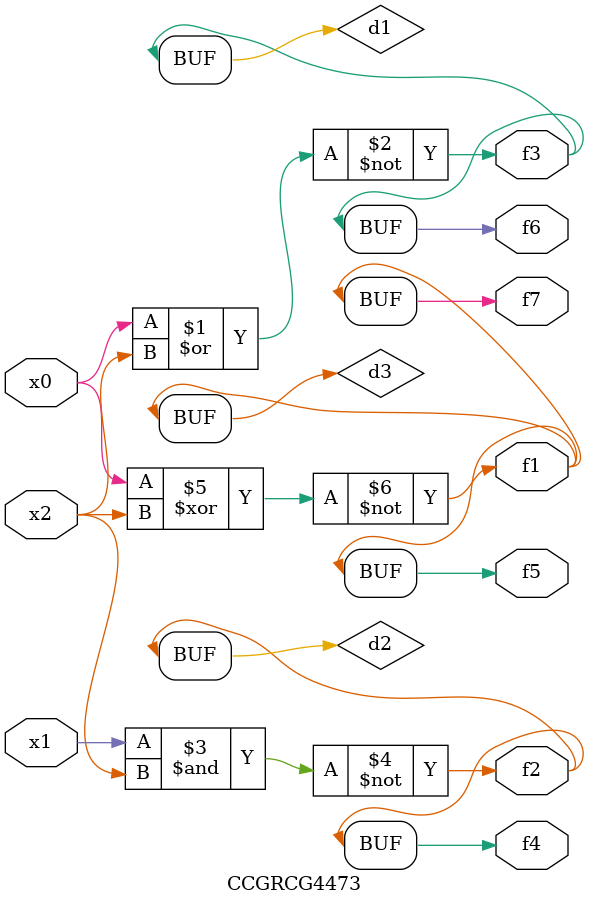
<source format=v>
module CCGRCG4473(
	input x0, x1, x2,
	output f1, f2, f3, f4, f5, f6, f7
);

	wire d1, d2, d3;

	nor (d1, x0, x2);
	nand (d2, x1, x2);
	xnor (d3, x0, x2);
	assign f1 = d3;
	assign f2 = d2;
	assign f3 = d1;
	assign f4 = d2;
	assign f5 = d3;
	assign f6 = d1;
	assign f7 = d3;
endmodule

</source>
